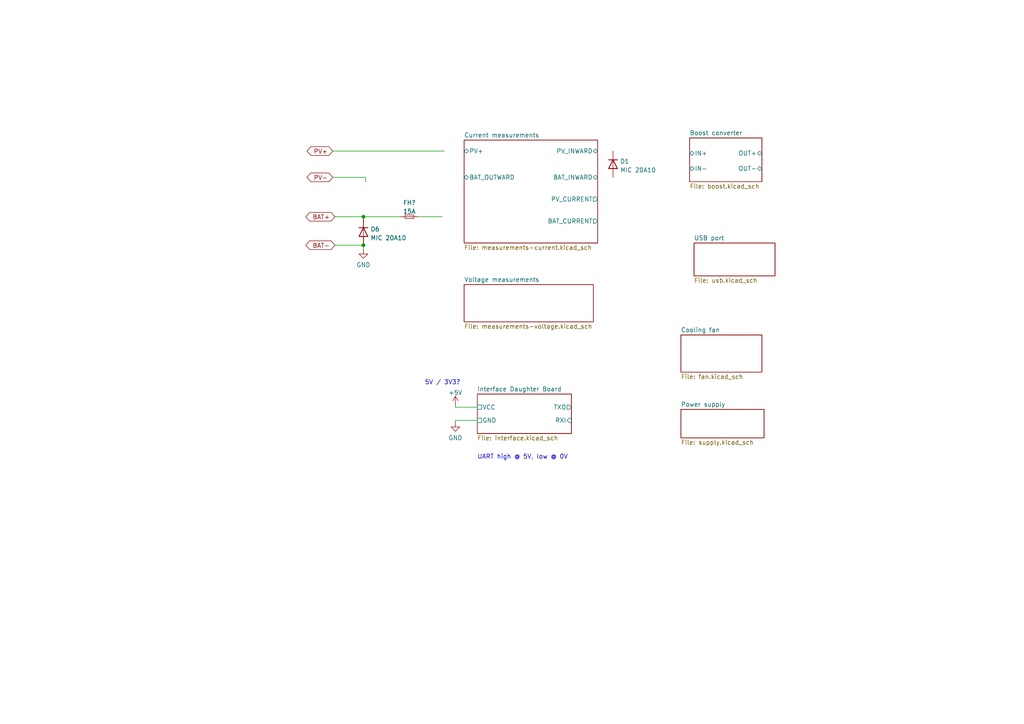
<source format=kicad_sch>
(kicad_sch (version 20211123) (generator eeschema)
  (paper "A4")
  (lib_symbols
    (symbol "Device:D" (pin_numbers hide) (pin_names (offset 1.016) hide)
      (property "Reference" "D" (at 0 2.54 0))
      (property "Value" "D" (at 0 -2.54 0))
      (symbol "D_0_1"
        (polyline (pts (xy -1.27 1.27) (xy -1.27 -1.27)) (stroke (width 0.254)))
        (polyline (pts (xy 1.27 0) (xy -1.27 0)))
        (polyline (pts (xy 1.27 1.27) (xy 1.27 -1.27) (xy -1.27 0) (xy 1.27 1.27)) (stroke (width 0.254)))
      )
      (symbol "D_1_1"
        (pin passive line (at -3.81 0 0) (length 2.54) (name "K") (number "1"))
        (pin passive line (at 3.81 0 180) (length 2.54) (name "A") (number "2"))
      )
    )
    (symbol "Device:Fuse_Small" (pin_numbers hide) (pin_names (offset 0.254) hide)
      (property "Reference" "F" (at 0 -1.524 0))
      (property "Value" "Fuse_Small" (at 0 1.524 0))
      (symbol "Fuse_Small_0_1"
        (rectangle (start -1.27 0.508) (end 1.27 -0.508))
        (polyline (pts (xy -1.27 0) (xy 1.27 0)))
      )
      (symbol "Fuse_Small_1_1"
        (pin passive line (at -2.54 0 0) (length 1.27) (name "~") (number "1"))
        (pin passive line (at 2.54 0 180) (length 1.27) (name "~") (number "2"))
      )
    )
    (symbol "power:+5V" (power) (pin_names (offset 0))
      (property "Value" "+5V" (at 0 3.556 0))
      (symbol "+5V_0_1"
        (polyline (pts (xy -0.762 1.27) (xy 0 2.54)))
        (polyline (pts (xy 0 0) (xy 0 2.54)))
        (polyline (pts (xy 0 2.54) (xy 0.762 1.27)))
      )
      (symbol "+5V_1_1"
        (pin power_in line (at 0 0 90) (length 0) hide (name "+5V") (number "1"))
      )
    )
    (symbol "power:GND" (power) (pin_names (offset 0))
      (property "Value" "GND" (at 0 -3.81 0))
      (symbol "GND_0_1"
        (polyline (pts (xy 0 0) (xy 0 -1.27) (xy 1.27 -1.27) (xy 0 -2.54) (xy -1.27 -1.27) (xy 0 -1.27)))
      )
      (symbol "GND_1_1"
        (pin power_in line (at 0 0 270) (length 0) hide (name "GND") (number "1"))
      )
    )
  )
  (junction (at 105.41 62.865))
  (junction (at 105.41 71.12))
  (wire (pts (xy 96.52 51.435) (xy 106.045 51.435)))
  (wire (pts (xy 138.43 118.11) (xy 132.08 118.11)))
  (wire (pts (xy 97.155 62.865) (xy 105.41 62.865)))
  (wire (pts (xy 96.52 43.815) (xy 128.905 43.815)))
  (wire (pts (xy 105.41 62.865) (xy 105.41 63.5)))
  (wire (pts (xy 132.08 121.92) (xy 132.08 122.555)))
  (wire (pts (xy 106.045 52.705) (xy 106.045 51.435)))
  (wire (pts (xy 105.41 62.865) (xy 116.205 62.865)))
  (wire (pts (xy 105.41 72.39) (xy 105.41 71.12)))
  (wire (pts (xy 97.155 71.12) (xy 105.41 71.12)))
  (wire (pts (xy 121.285 62.865) (xy 128.27 62.865)))
  (wire (pts (xy 132.08 121.92) (xy 138.43 121.92)))
  (wire (pts (xy 132.08 118.11) (xy 132.08 117.475)))
  (text "5V / 3V3?\n" (at 123.19 111.76 0) (effects (font (size 1.27 1.27)) (justify left bottom)))
  (text "UART high @ 5V, low @ 0V" (at 138.43 133.35 0) (effects (font (size 1.27 1.27)) (justify left bottom)))
  (global_label "BAT+" (shape bidirectional) (at 97.155 62.865 180) (property "Intersheet References" "${INTERSHEET_REFS}" (effects hide)))
  (global_label "BAT-" (shape bidirectional) (at 97.155 71.12 180) (property "Intersheet References" "${INTERSHEET_REFS}" (effects hide)))
  (global_label "PV-" (shape bidirectional) (at 96.52 51.435 180) (property "Intersheet References" "${INTERSHEET_REFS}" (effects hide)))
  (global_label "PV+" (shape bidirectional) (at 96.52 43.815 180) (property "Intersheet References" "${INTERSHEET_REFS}" (effects hide)))
  (symbol (lib_id "power:+5V") (at 132.08 117.475 0) (unit 1)
    (property "Reference" "#PWR?" (effects hide))
    (property "Value" "+5V" (at 132.08 113.8992 0))
  )
  (symbol (lib_id "power:GND") (at 105.41 72.39 0) (unit 1)
    (property "Reference" "#PWR?" (effects hide))
    (property "Value" "GND" (at 105.41 76.8334 0))
  )
  (symbol (lib_id "Device:D") (at 177.8 47.625 270) (unit 1)
    (property "Reference" "D1" (at 179.832 46.7903 90) (effects (justify left)))
    (property "Value" "MIC 20A10" (at 179.832 49.3272 90) (effects (justify left)))
  )
  (symbol (lib_id "Device:D") (at 105.41 67.31 270) (unit 1)
    (property "Reference" "D6" (at 107.442 66.4753 90) (effects (justify left)))
    (property "Value" "MIC 20A10" (at 107.442 69.0122 90) (effects (justify left)))
  )
  (symbol (lib_id "power:GND") (at 132.08 122.555 0) (unit 1)
    (property "Reference" "#PWR?" (effects hide))
    (property "Value" "GND" (at 132.08 126.9984 0))
  )
  (symbol (lib_id "Device:Fuse_Small") (at 118.745 62.865 0) (unit 1)
    (property "Reference" "FH?" (at 118.745 58.7842 0))
    (property "Value" "15A" (at 118.745 61.3211 0))
  )
  (sheet (at 201.295 70.485) (size 23.495 9.525) (stroke (width 0.1524))
    (property "Sheet name" "USB port" (at 201.295 69.7734 0) (effects (justify left bottom)))
    (property "Sheet file" "usb.kicad_sch" (at 201.295 80.5946 0) (effects (justify left top)))
  )
  (sheet (at 138.43 114.3) (size 27.305 11.43) (stroke (width 0.1524))
    (property "Sheet name" "Interface Daughter Board" (at 138.43 113.5884 0) (effects (justify left bottom)))
    (property "Sheet file" "interface.kicad_sch" (at 138.43 126.3146 0) (effects (justify left top)))
    (pin "GND" passive (at 138.43 121.92 180))
    (pin "TXO" output (at 165.735 118.11 0))
    (pin "RXI" input (at 165.735 121.92 0))
    (pin "VCC" passive (at 138.43 118.11 180))
  )
  (sheet (at 200.025 40.005) (size 20.955 12.7) (stroke (width 0.1524))
    (property "Sheet name" "Boost converter" (at 200.025 39.2934 0) (effects (justify left bottom)))
    (property "Sheet file" "boost.kicad_sch" (at 200.025 53.2896 0) (effects (justify left top)))
    (pin "IN-" bidirectional (at 200.025 48.895 180))
    (pin "IN+" bidirectional (at 200.025 44.45 180))
    (pin "OUT+" bidirectional (at 220.98 44.45 0))
    (pin "OUT-" bidirectional (at 220.98 48.895 0))
  )
  (sheet (at 197.485 97.155) (size 23.495 10.795) (stroke (width 0.1524))
    (property "Sheet name" "Cooling fan" (at 197.485 96.4434 0) (effects (justify left bottom)))
    (property "Sheet file" "fan.kicad_sch" (at 197.485 108.5346 0) (effects (justify left top)))
  )
  (sheet (at 197.485 118.745) (size 24.13 8.255) (stroke (width 0.1524))
    (property "Sheet name" "Power supply" (at 197.485 118.0334 0) (effects (justify left bottom)))
    (property "Sheet file" "supply.kicad_sch" (at 197.485 127.5846 0) (effects (justify left top)))
  )
  (sheet (at 134.62 40.64) (size 38.735 29.845) (stroke (width 0.1524))
    (property "Sheet name" "Current measurements" (at 134.62 39.9284 0) (effects (justify left bottom)))
    (property "Sheet file" "measurements-current.kicad_sch" (at 134.62 71.0696 0) (effects (justify left top)))
    (pin "PV_INWARD" bidirectional (at 173.355 43.815 0))
    (pin "PV_CURRENT" output (at 173.355 57.785 0))
    (pin "BAT_CURRENT" output (at 173.355 64.135 0))
    (pin "BAT_INWARD" bidirectional (at 173.355 51.435 0))
    (pin "BAT_OUTWARD" bidirectional (at 134.62 51.435 180))
    (pin "PV+" bidirectional (at 134.62 43.815 180))
  )
  (sheet (at 134.62 82.55) (size 37.465 10.795) (stroke (width 0.1524))
    (property "Sheet name" "Voltage measurements" (at 134.62 81.8384 0) (effects (justify left bottom)))
    (property "Sheet file" "measurements-voltage.kicad_sch" (at 134.62 93.9296 0) (effects (justify left top)))
  )
)
</source>
